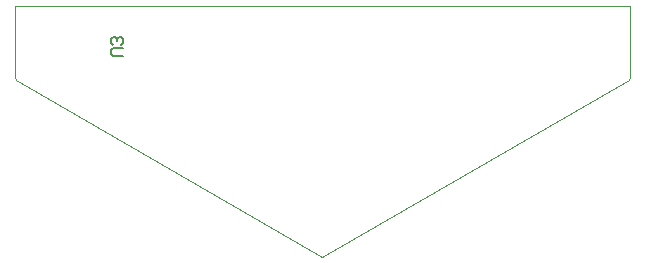
<source format=gm1>
G04*
G04 #@! TF.GenerationSoftware,Altium Limited,Altium Designer,22.4.2 (48)*
G04*
G04 Layer_Color=16711935*
%FSLAX25Y25*%
%MOIN*%
G70*
G04*
G04 #@! TF.SameCoordinates,9DE54F71-11C6-4998-B53C-E160C00813D1*
G04*
G04*
G04 #@! TF.FilePolarity,Positive*
G04*
G01*
G75*
%ADD11C,0.00787*%
%ADD14C,0.00004*%
D11*
X90999Y85693D02*
X87719D01*
X87063Y86349D01*
Y87661D01*
X87719Y88317D01*
X90999D01*
X90343Y89629D02*
X90999Y90285D01*
Y91597D01*
X90343Y92252D01*
X89687D01*
X89031Y91597D01*
Y90941D01*
Y91597D01*
X88375Y92252D01*
X87719D01*
X87063Y91597D01*
Y90285D01*
X87719Y89629D01*
X90999Y85693D02*
X87719D01*
X87063Y86349D01*
Y87661D01*
X87719Y88317D01*
X90999D01*
X90343Y89629D02*
X90999Y90285D01*
Y91597D01*
X90343Y92252D01*
X89687D01*
X89031Y91597D01*
Y90941D01*
Y91597D01*
X88375Y92252D01*
X87719D01*
X87063Y91597D01*
Y90285D01*
X87719Y89629D01*
D14*
X55404Y77680D02*
X157480Y18898D01*
X259557Y77679D01*
X259842Y78740D01*
Y102362D01*
X55118Y102362D02*
X259842Y102362D01*
X55118Y78740D02*
Y102362D01*
Y78740D02*
X55404Y77680D01*
X157480Y18898D01*
X259557Y77679D01*
X259842Y78740D01*
Y102362D01*
X55118Y102362D02*
X259842Y102362D01*
X55118Y78740D02*
Y102362D01*
Y78740D02*
X55404Y77680D01*
M02*

</source>
